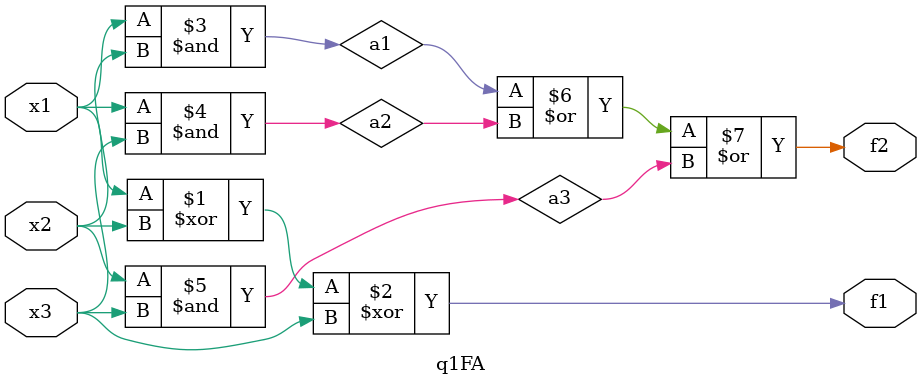
<source format=v>
module q1FA(x1,x2,x3,f1,f2);
    input x1,x2,x3;
    output f1,f2;
    assign f1=x1^x2^x3;
    assign a1=x1&x2;
    assign a2=x1&x3;
    assign a3=x2&x3;
    assign f2=a1|a2|a3;
endmodule
</source>
